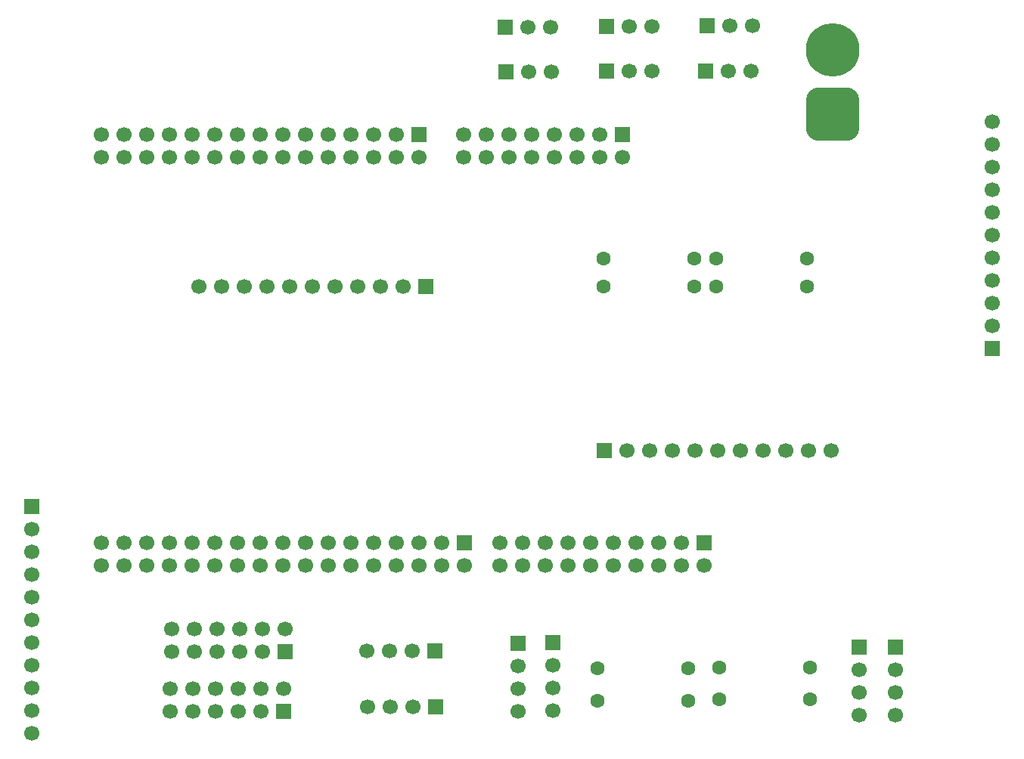
<source format=gbs>
G04 #@! TF.GenerationSoftware,KiCad,Pcbnew,9.0.3*
G04 #@! TF.CreationDate,2025-08-06T01:31:42+09:00*
G04 #@! TF.ProjectId,sasakicatchrobomain25,73617361-6b69-4636-9174-6368726f626f,rev?*
G04 #@! TF.SameCoordinates,Original*
G04 #@! TF.FileFunction,Soldermask,Bot*
G04 #@! TF.FilePolarity,Negative*
%FSLAX46Y46*%
G04 Gerber Fmt 4.6, Leading zero omitted, Abs format (unit mm)*
G04 Created by KiCad (PCBNEW 9.0.3) date 2025-08-06 01:31:42*
%MOMM*%
%LPD*%
G01*
G04 APERTURE LIST*
G04 Aperture macros list*
%AMRoundRect*
0 Rectangle with rounded corners*
0 $1 Rounding radius*
0 $2 $3 $4 $5 $6 $7 $8 $9 X,Y pos of 4 corners*
0 Add a 4 corners polygon primitive as box body*
4,1,4,$2,$3,$4,$5,$6,$7,$8,$9,$2,$3,0*
0 Add four circle primitives for the rounded corners*
1,1,$1+$1,$2,$3*
1,1,$1+$1,$4,$5*
1,1,$1+$1,$6,$7*
1,1,$1+$1,$8,$9*
0 Add four rect primitives between the rounded corners*
20,1,$1+$1,$2,$3,$4,$5,0*
20,1,$1+$1,$4,$5,$6,$7,0*
20,1,$1+$1,$6,$7,$8,$9,0*
20,1,$1+$1,$8,$9,$2,$3,0*%
G04 Aperture macros list end*
%ADD10R,1.700000X1.700000*%
%ADD11C,1.700000*%
%ADD12C,1.600000*%
%ADD13RoundRect,1.500000X1.500000X-1.500000X1.500000X1.500000X-1.500000X1.500000X-1.500000X-1.500000X0*%
%ADD14C,6.000000*%
G04 APERTURE END LIST*
D10*
X117414200Y-130643800D03*
D11*
X114874200Y-130643800D03*
X112334200Y-130643800D03*
X109794200Y-130643800D03*
D10*
X125313600Y-59574600D03*
D11*
X127853600Y-59574600D03*
X130393600Y-59574600D03*
D12*
X135524400Y-126402000D03*
X145684400Y-126402000D03*
X149164200Y-129805600D03*
X159324200Y-129805600D03*
X148818600Y-83591400D03*
X158978600Y-83591400D03*
D10*
X126634400Y-123531800D03*
D11*
X126634400Y-126071800D03*
X126634400Y-128611800D03*
X126634400Y-131151800D03*
D12*
X136271000Y-83566000D03*
X146431000Y-83566000D03*
D10*
X136540400Y-54469200D03*
D11*
X139080400Y-54469200D03*
X141620400Y-54469200D03*
D12*
X136271000Y-80467200D03*
X146431000Y-80467200D03*
D10*
X136591200Y-59498400D03*
D11*
X139131200Y-59498400D03*
X141671200Y-59498400D03*
D10*
X147665600Y-59473000D03*
D11*
X150205600Y-59473000D03*
X152745600Y-59473000D03*
D12*
X148818600Y-80467200D03*
X158978600Y-80467200D03*
D10*
X179730000Y-90510000D03*
D11*
X179730000Y-87970000D03*
X179730000Y-85430000D03*
X179730000Y-82890000D03*
X179730000Y-80350000D03*
X179730000Y-77810000D03*
X179730000Y-75270000D03*
X179730000Y-72730000D03*
X179730000Y-70190000D03*
X179730000Y-67650000D03*
X179730000Y-65110000D03*
D10*
X100574000Y-124522400D03*
D11*
X100574000Y-121982400D03*
X98034000Y-124522400D03*
X98034000Y-121982400D03*
X95494000Y-124522400D03*
X95494000Y-121982400D03*
X92954000Y-124522400D03*
X92954000Y-121982400D03*
X90414000Y-124522400D03*
X90414000Y-121982400D03*
X87874000Y-124522400D03*
X87874000Y-121982400D03*
D10*
X147818000Y-54393000D03*
D11*
X150358000Y-54393000D03*
X152898000Y-54393000D03*
D12*
X149164200Y-126249600D03*
X159324200Y-126249600D03*
D10*
X168874600Y-123989000D03*
D11*
X168874600Y-126529000D03*
X168874600Y-129069000D03*
X168874600Y-131609000D03*
D10*
X130596800Y-123481000D03*
D11*
X130596800Y-126021000D03*
X130596800Y-128561000D03*
X130596800Y-131101000D03*
D10*
X72250000Y-108250000D03*
D11*
X72250000Y-110790000D03*
X72250000Y-113330000D03*
X72250000Y-115870000D03*
X72250000Y-118410000D03*
X72250000Y-120950000D03*
X72250000Y-123490000D03*
X72250000Y-126030000D03*
X72250000Y-128570000D03*
X72250000Y-131110000D03*
X72250000Y-133650000D03*
D10*
X164836000Y-123989000D03*
D11*
X164836000Y-126529000D03*
X164836000Y-129069000D03*
X164836000Y-131609000D03*
D10*
X100421600Y-131228000D03*
D11*
X100421600Y-128688000D03*
X97881600Y-131228000D03*
X97881600Y-128688000D03*
X95341600Y-131228000D03*
X95341600Y-128688000D03*
X92801600Y-131228000D03*
X92801600Y-128688000D03*
X90261600Y-131228000D03*
X90261600Y-128688000D03*
X87721600Y-131228000D03*
X87721600Y-128688000D03*
D10*
X125212000Y-54545400D03*
D11*
X127752000Y-54545400D03*
X130292000Y-54545400D03*
D10*
X136296400Y-102006400D03*
D11*
X138836400Y-102006400D03*
X141376400Y-102006400D03*
X143916400Y-102006400D03*
X146456400Y-102006400D03*
X148996400Y-102006400D03*
X151536400Y-102006400D03*
X154076400Y-102006400D03*
X156616400Y-102006400D03*
X159156400Y-102006400D03*
X161696400Y-102006400D03*
D10*
X116332000Y-83566000D03*
D11*
X113792000Y-83566000D03*
X111252000Y-83566000D03*
X108712000Y-83566000D03*
X106172000Y-83566000D03*
X103632000Y-83566000D03*
X101092000Y-83566000D03*
X98552000Y-83566000D03*
X96012000Y-83566000D03*
X93472000Y-83566000D03*
X90932000Y-83566000D03*
D12*
X135524400Y-129983400D03*
X145684400Y-129983400D03*
D10*
X117338000Y-124420800D03*
D11*
X114798000Y-124420800D03*
X112258000Y-124420800D03*
X109718000Y-124420800D03*
D13*
X161889600Y-64266800D03*
D14*
X161889600Y-57066800D03*
D10*
X138340000Y-66585000D03*
D11*
X138340000Y-69125000D03*
X135800000Y-66585000D03*
X135800000Y-69125000D03*
X133260000Y-66585000D03*
X133260000Y-69125000D03*
X130720000Y-66585000D03*
X130720000Y-69125000D03*
X128180000Y-66585000D03*
X128180000Y-69125000D03*
X125640000Y-66585000D03*
X125640000Y-69125000D03*
X123100000Y-66585000D03*
X123100000Y-69125000D03*
X120560000Y-66585000D03*
X120560000Y-69125000D03*
D10*
X115560000Y-66585000D03*
D11*
X115560000Y-69125000D03*
X113020000Y-66585000D03*
X113020000Y-69125000D03*
X110480000Y-66585000D03*
X110480000Y-69125000D03*
X107940000Y-66585000D03*
X107940000Y-69125000D03*
X105400000Y-66585000D03*
X105400000Y-69125000D03*
X102860000Y-66585000D03*
X102860000Y-69125000D03*
X100320000Y-66585000D03*
X100320000Y-69125000D03*
X97780000Y-66585000D03*
X97780000Y-69125000D03*
X95240000Y-66585000D03*
X95240000Y-69125000D03*
X92700000Y-66585000D03*
X92700000Y-69125000D03*
X90160000Y-66585000D03*
X90160000Y-69125000D03*
X87620000Y-66585000D03*
X87620000Y-69125000D03*
X85080000Y-66585000D03*
X85080000Y-69125000D03*
X82540000Y-66585000D03*
X82540000Y-69125000D03*
X80000000Y-66585000D03*
X80000000Y-69125000D03*
D10*
X120640000Y-112300000D03*
D11*
X120640000Y-114840000D03*
X118100000Y-112300000D03*
X118100000Y-114840000D03*
X115560000Y-112300000D03*
X115560000Y-114840000D03*
X113020000Y-112300000D03*
X113020000Y-114840000D03*
X110480000Y-112300000D03*
X110480000Y-114840000D03*
X107940000Y-112300000D03*
X107940000Y-114840000D03*
X105400000Y-112300000D03*
X105400000Y-114840000D03*
X102860000Y-112300000D03*
X102860000Y-114840000D03*
X100320000Y-112300000D03*
X100320000Y-114840000D03*
X97780000Y-112300000D03*
X97780000Y-114840000D03*
X95240000Y-112300000D03*
X95240000Y-114840000D03*
X92700000Y-112300000D03*
X92700000Y-114840000D03*
X90160000Y-112300000D03*
X90160000Y-114840000D03*
X87620000Y-112300000D03*
X87620000Y-114840000D03*
X85080000Y-112300000D03*
X85080000Y-114840000D03*
X82540000Y-112300000D03*
X82540000Y-114840000D03*
X80000000Y-112300000D03*
X80000000Y-114840000D03*
D10*
X147500000Y-112300000D03*
D11*
X147500000Y-114840000D03*
X144960000Y-112300000D03*
X144960000Y-114840000D03*
X142420000Y-112300000D03*
X142420000Y-114840000D03*
X139880000Y-112300000D03*
X139880000Y-114840000D03*
X137340000Y-112300000D03*
X137340000Y-114840000D03*
X134800000Y-112300000D03*
X134800000Y-114840000D03*
X132260000Y-112300000D03*
X132260000Y-114840000D03*
X129720000Y-112300000D03*
X129720000Y-114840000D03*
X127180000Y-112300000D03*
X127180000Y-114840000D03*
X124640000Y-112300000D03*
X124640000Y-114840000D03*
M02*

</source>
